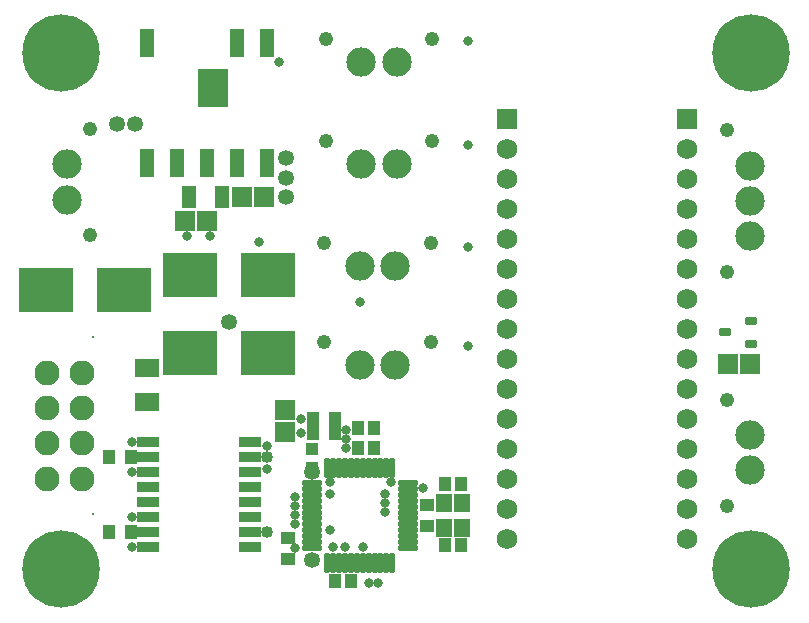
<source format=gts>
G04*
G04 #@! TF.GenerationSoftware,Altium Limited,Altium Designer,20.1.12 (249)*
G04*
G04 Layer_Color=8388736*
%FSLAX25Y25*%
%MOIN*%
G70*
G04*
G04 #@! TF.SameCoordinates,4DEFB819-F1CA-47B0-AC9B-A980181B1EFC*
G04*
G04*
G04 #@! TF.FilePolarity,Negative*
G04*
G01*
G75*
%ADD29R,0.18000X0.15000*%
%ADD35R,0.06706X0.06509*%
%ADD36R,0.04343X0.04737*%
%ADD37R,0.04028X0.04304*%
%ADD38R,0.04540X0.04343*%
%ADD39R,0.04343X0.04540*%
%ADD40R,0.07800X0.03800*%
%ADD41R,0.07887X0.05918*%
%ADD42R,0.06509X0.06706*%
G04:AMPARAMS|DCode=43|XSize=29.65mil|YSize=39.5mil|CornerRadius=5.95mil|HoleSize=0mil|Usage=FLASHONLY|Rotation=270.000|XOffset=0mil|YOffset=0mil|HoleType=Round|Shape=RoundedRectangle|*
%AMROUNDEDRECTD43*
21,1,0.02965,0.02760,0,0,270.0*
21,1,0.01776,0.03950,0,0,270.0*
1,1,0.01190,-0.01380,-0.00888*
1,1,0.01190,-0.01380,0.00888*
1,1,0.01190,0.01380,0.00888*
1,1,0.01190,0.01380,-0.00888*
%
%ADD43ROUNDEDRECTD43*%
%ADD44R,0.10249X0.13005*%
%ADD45R,0.04540X0.07493*%
%ADD46R,0.04800X0.09800*%
%ADD47O,0.07099X0.01981*%
%ADD48O,0.01981X0.07099*%
%ADD49R,0.05524X0.06312*%
%ADD50R,0.06824X0.06824*%
%ADD51C,0.06824*%
%ADD52C,0.00800*%
%ADD53C,0.08300*%
%ADD54C,0.09800*%
%ADD55C,0.04800*%
%ADD56C,0.25800*%
%ADD57C,0.05300*%
%ADD58C,0.03200*%
%ADD59C,0.04000*%
%ADD60C,0.03800*%
D29*
X184000Y250000D02*
D03*
X210000D02*
D03*
X162000Y245000D02*
D03*
X136000D02*
D03*
X210000Y224000D02*
D03*
X184000D02*
D03*
D35*
X215500Y205142D02*
D03*
Y197858D02*
D03*
D36*
X237657Y148000D02*
D03*
X232343D02*
D03*
X268843Y180500D02*
D03*
X274158D02*
D03*
Y160000D02*
D03*
X268843D02*
D03*
X239843Y199000D02*
D03*
X245158D02*
D03*
X239843Y192500D02*
D03*
X245158D02*
D03*
D37*
X224500Y185850D02*
D03*
Y192150D02*
D03*
D38*
X263000Y173642D02*
D03*
Y166358D02*
D03*
X216500Y162642D02*
D03*
Y155358D02*
D03*
D39*
X232142Y197500D02*
D03*
X224858D02*
D03*
X232142Y202000D02*
D03*
X224858D02*
D03*
X164142Y164500D02*
D03*
X156858D02*
D03*
X164142Y189500D02*
D03*
X156858D02*
D03*
D40*
X203750Y159500D02*
D03*
Y164500D02*
D03*
Y169500D02*
D03*
Y174500D02*
D03*
Y179500D02*
D03*
Y184500D02*
D03*
Y189500D02*
D03*
Y194500D02*
D03*
X170000Y159500D02*
D03*
Y164500D02*
D03*
Y169500D02*
D03*
Y174500D02*
D03*
Y179500D02*
D03*
Y184500D02*
D03*
Y189500D02*
D03*
Y194500D02*
D03*
D41*
X169500Y219209D02*
D03*
Y207791D02*
D03*
D42*
X363358Y220500D02*
D03*
X370642D02*
D03*
X201358Y276000D02*
D03*
X208642D02*
D03*
X189642Y268000D02*
D03*
X182358D02*
D03*
D43*
X362169Y231000D02*
D03*
X370831Y234740D02*
D03*
Y227260D02*
D03*
D44*
X191500Y312500D02*
D03*
D45*
X194512Y276000D02*
D03*
X183488D02*
D03*
D46*
X169500Y327500D02*
D03*
X199500D02*
D03*
X209500D02*
D03*
X189500Y287500D02*
D03*
X169500D02*
D03*
X179500D02*
D03*
X199500D02*
D03*
X209500D02*
D03*
D47*
X224555Y180827D02*
D03*
Y178858D02*
D03*
Y176890D02*
D03*
Y174921D02*
D03*
Y172953D02*
D03*
Y170984D02*
D03*
Y169016D02*
D03*
Y167047D02*
D03*
Y165079D02*
D03*
Y163110D02*
D03*
Y161142D02*
D03*
Y159173D02*
D03*
X256445D02*
D03*
Y161142D02*
D03*
Y163110D02*
D03*
Y165079D02*
D03*
Y167047D02*
D03*
Y169016D02*
D03*
Y170984D02*
D03*
Y172953D02*
D03*
Y174921D02*
D03*
Y176890D02*
D03*
Y178858D02*
D03*
Y180827D02*
D03*
D48*
X229673Y154055D02*
D03*
X231642D02*
D03*
X233610D02*
D03*
X235579D02*
D03*
X237547D02*
D03*
X239516D02*
D03*
X241484D02*
D03*
X243453D02*
D03*
X245421D02*
D03*
X247390D02*
D03*
X249358D02*
D03*
X251327D02*
D03*
Y185945D02*
D03*
X249358D02*
D03*
X247390D02*
D03*
X245421D02*
D03*
X243453D02*
D03*
X241484D02*
D03*
X239516D02*
D03*
X237547D02*
D03*
X235579D02*
D03*
X233610D02*
D03*
X231642D02*
D03*
X229673D02*
D03*
D49*
X274453Y165866D02*
D03*
X268547D02*
D03*
X274453Y174134D02*
D03*
X268547D02*
D03*
D50*
X349500Y302000D02*
D03*
X289500D02*
D03*
D51*
X349500Y292000D02*
D03*
Y282000D02*
D03*
Y272000D02*
D03*
Y262000D02*
D03*
Y252000D02*
D03*
Y242000D02*
D03*
Y232000D02*
D03*
Y222000D02*
D03*
Y212000D02*
D03*
Y202000D02*
D03*
Y192000D02*
D03*
Y182000D02*
D03*
Y172000D02*
D03*
Y162000D02*
D03*
X289500Y292000D02*
D03*
Y282000D02*
D03*
Y272000D02*
D03*
Y262000D02*
D03*
Y252000D02*
D03*
Y242000D02*
D03*
Y232000D02*
D03*
Y222000D02*
D03*
Y212000D02*
D03*
Y202000D02*
D03*
Y192000D02*
D03*
Y182000D02*
D03*
Y172000D02*
D03*
Y162000D02*
D03*
D52*
X151700Y229450D02*
D03*
Y170350D02*
D03*
D53*
X136200Y194000D02*
D03*
Y182200D02*
D03*
Y205800D02*
D03*
Y217600D02*
D03*
X148000Y194000D02*
D03*
Y182200D02*
D03*
Y205800D02*
D03*
Y217600D02*
D03*
D54*
X370500Y286600D02*
D03*
Y274800D02*
D03*
Y263000D02*
D03*
X143000Y287000D02*
D03*
Y275200D02*
D03*
X252800Y287000D02*
D03*
X241000D02*
D03*
X252800Y321000D02*
D03*
X241000D02*
D03*
X252300Y253000D02*
D03*
X240500D02*
D03*
X252300Y220000D02*
D03*
X240500D02*
D03*
X370500Y196800D02*
D03*
Y185000D02*
D03*
D55*
X362800Y298400D02*
D03*
Y251200D02*
D03*
X150700Y298800D02*
D03*
Y263400D02*
D03*
X264600Y294700D02*
D03*
X229200D02*
D03*
X264600Y328700D02*
D03*
X229200D02*
D03*
X264100Y260700D02*
D03*
X228700D02*
D03*
X264100Y227700D02*
D03*
X228700D02*
D03*
X362800Y208600D02*
D03*
Y173200D02*
D03*
D56*
X371000Y324000D02*
D03*
Y152000D02*
D03*
X141000D02*
D03*
Y324000D02*
D03*
D57*
X224500Y155000D02*
D03*
X165500Y300500D02*
D03*
X159500D02*
D03*
X216000Y276000D02*
D03*
Y282500D02*
D03*
Y289000D02*
D03*
X197000Y234500D02*
D03*
X224500Y184500D02*
D03*
D58*
X246500Y147500D02*
D03*
X243490Y147510D02*
D03*
X209500Y185500D02*
D03*
X207000Y261000D02*
D03*
X230500Y181000D02*
D03*
X221000Y202000D02*
D03*
Y197500D02*
D03*
X251000Y181000D02*
D03*
X240500Y241000D02*
D03*
X219000Y176000D02*
D03*
Y173000D02*
D03*
X276500Y328000D02*
D03*
Y293500D02*
D03*
Y259500D02*
D03*
Y226500D02*
D03*
X190500Y263000D02*
D03*
X241484Y159484D02*
D03*
X235597Y159457D02*
D03*
X231642Y159358D02*
D03*
X219000Y159000D02*
D03*
X230500Y177000D02*
D03*
X219000Y167000D02*
D03*
X230500Y165000D02*
D03*
X236000Y192500D02*
D03*
Y195500D02*
D03*
Y198500D02*
D03*
X249000Y171000D02*
D03*
Y174000D02*
D03*
Y177000D02*
D03*
X261500Y179000D02*
D03*
X164500Y184500D02*
D03*
Y194500D02*
D03*
X219000Y170000D02*
D03*
X209500Y193000D02*
D03*
X164500Y159500D02*
D03*
Y169500D02*
D03*
X213500Y321000D02*
D03*
X183000Y263000D02*
D03*
D59*
X209500Y189500D02*
D03*
Y164500D02*
D03*
D60*
X189181Y316000D02*
D03*
X193781D02*
D03*
X189181Y309000D02*
D03*
X193781D02*
D03*
M02*

</source>
